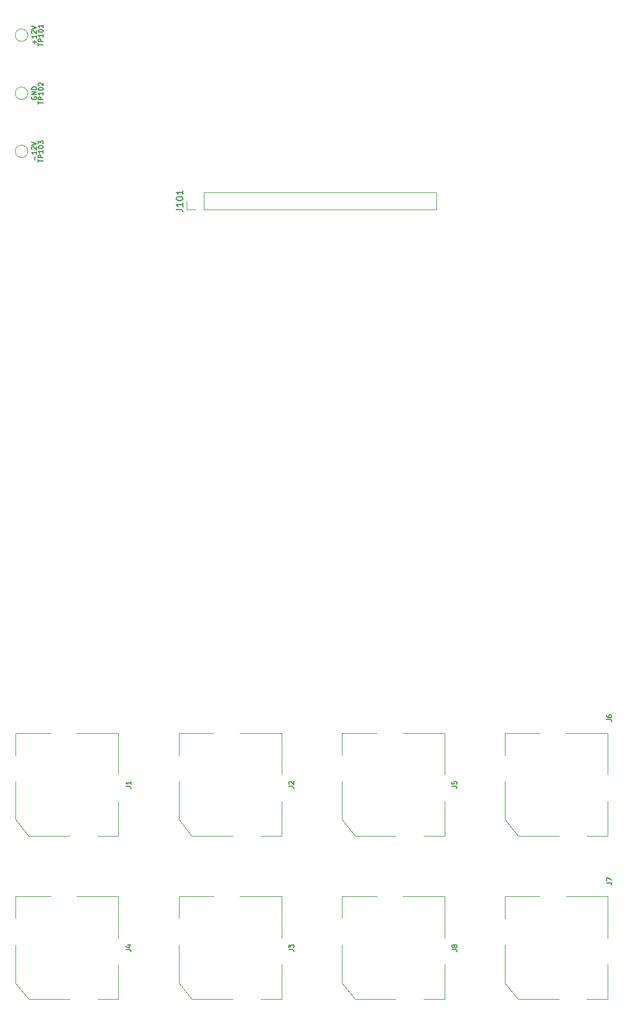
<source format=gto>
G04 #@! TF.GenerationSoftware,KiCad,Pcbnew,7.0.0-rc2-unknown-92a61b187f~165~ubuntu22.04.1*
G04 #@! TF.CreationDate,2023-02-10T21:55:45-05:00*
G04 #@! TF.ProjectId,dualvca_b1,6475616c-7663-4615-9f62-312e6b696361,rev?*
G04 #@! TF.SameCoordinates,Original*
G04 #@! TF.FileFunction,Legend,Top*
G04 #@! TF.FilePolarity,Positive*
%FSLAX46Y46*%
G04 Gerber Fmt 4.6, Leading zero omitted, Abs format (unit mm)*
G04 Created by KiCad (PCBNEW 7.0.0-rc2-unknown-92a61b187f~165~ubuntu22.04.1) date 2023-02-10 21:55:45*
%MOMM*%
%LPD*%
G01*
G04 APERTURE LIST*
%ADD10C,0.150000*%
%ADD11C,0.120000*%
G04 APERTURE END LIST*
D10*
G04 #@! TO.C,J8*
X171525535Y-167749999D02*
X172061250Y-167749999D01*
X172061250Y-167749999D02*
X172168392Y-167785714D01*
X172168392Y-167785714D02*
X172239821Y-167857142D01*
X172239821Y-167857142D02*
X172275535Y-167964285D01*
X172275535Y-167964285D02*
X172275535Y-168035714D01*
X171846964Y-167285713D02*
X171811250Y-167357142D01*
X171811250Y-167357142D02*
X171775535Y-167392856D01*
X171775535Y-167392856D02*
X171704107Y-167428570D01*
X171704107Y-167428570D02*
X171668392Y-167428570D01*
X171668392Y-167428570D02*
X171596964Y-167392856D01*
X171596964Y-167392856D02*
X171561250Y-167357142D01*
X171561250Y-167357142D02*
X171525535Y-167285713D01*
X171525535Y-167285713D02*
X171525535Y-167142856D01*
X171525535Y-167142856D02*
X171561250Y-167071428D01*
X171561250Y-167071428D02*
X171596964Y-167035713D01*
X171596964Y-167035713D02*
X171668392Y-166999999D01*
X171668392Y-166999999D02*
X171704107Y-166999999D01*
X171704107Y-166999999D02*
X171775535Y-167035713D01*
X171775535Y-167035713D02*
X171811250Y-167071428D01*
X171811250Y-167071428D02*
X171846964Y-167142856D01*
X171846964Y-167142856D02*
X171846964Y-167285713D01*
X171846964Y-167285713D02*
X171882678Y-167357142D01*
X171882678Y-167357142D02*
X171918392Y-167392856D01*
X171918392Y-167392856D02*
X171989821Y-167428570D01*
X171989821Y-167428570D02*
X172132678Y-167428570D01*
X172132678Y-167428570D02*
X172204107Y-167392856D01*
X172204107Y-167392856D02*
X172239821Y-167357142D01*
X172239821Y-167357142D02*
X172275535Y-167285713D01*
X172275535Y-167285713D02*
X172275535Y-167142856D01*
X172275535Y-167142856D02*
X172239821Y-167071428D01*
X172239821Y-167071428D02*
X172204107Y-167035713D01*
X172204107Y-167035713D02*
X172132678Y-166999999D01*
X172132678Y-166999999D02*
X171989821Y-166999999D01*
X171989821Y-166999999D02*
X171918392Y-167035713D01*
X171918392Y-167035713D02*
X171882678Y-167071428D01*
X171882678Y-167071428D02*
X171846964Y-167142856D01*
G04 #@! TO.C,J3*
X146525535Y-167749999D02*
X147061250Y-167749999D01*
X147061250Y-167749999D02*
X147168392Y-167785714D01*
X147168392Y-167785714D02*
X147239821Y-167857142D01*
X147239821Y-167857142D02*
X147275535Y-167964285D01*
X147275535Y-167964285D02*
X147275535Y-168035714D01*
X146525535Y-167464285D02*
X146525535Y-166999999D01*
X146525535Y-166999999D02*
X146811250Y-167249999D01*
X146811250Y-167249999D02*
X146811250Y-167142856D01*
X146811250Y-167142856D02*
X146846964Y-167071428D01*
X146846964Y-167071428D02*
X146882678Y-167035713D01*
X146882678Y-167035713D02*
X146954107Y-166999999D01*
X146954107Y-166999999D02*
X147132678Y-166999999D01*
X147132678Y-166999999D02*
X147204107Y-167035713D01*
X147204107Y-167035713D02*
X147239821Y-167071428D01*
X147239821Y-167071428D02*
X147275535Y-167142856D01*
X147275535Y-167142856D02*
X147275535Y-167357142D01*
X147275535Y-167357142D02*
X147239821Y-167428570D01*
X147239821Y-167428570D02*
X147204107Y-167464285D01*
G04 #@! TO.C,TP102*
X108123535Y-38280714D02*
X108123535Y-37852143D01*
X108873535Y-38066428D02*
X108123535Y-38066428D01*
X108873535Y-37602142D02*
X108123535Y-37602142D01*
X108123535Y-37602142D02*
X108123535Y-37316428D01*
X108123535Y-37316428D02*
X108159250Y-37244999D01*
X108159250Y-37244999D02*
X108194964Y-37209285D01*
X108194964Y-37209285D02*
X108266392Y-37173571D01*
X108266392Y-37173571D02*
X108373535Y-37173571D01*
X108373535Y-37173571D02*
X108444964Y-37209285D01*
X108444964Y-37209285D02*
X108480678Y-37244999D01*
X108480678Y-37244999D02*
X108516392Y-37316428D01*
X108516392Y-37316428D02*
X108516392Y-37602142D01*
X108873535Y-36459285D02*
X108873535Y-36887856D01*
X108873535Y-36673571D02*
X108123535Y-36673571D01*
X108123535Y-36673571D02*
X108230678Y-36744999D01*
X108230678Y-36744999D02*
X108302107Y-36816428D01*
X108302107Y-36816428D02*
X108337821Y-36887856D01*
X108123535Y-35994999D02*
X108123535Y-35923570D01*
X108123535Y-35923570D02*
X108159250Y-35852142D01*
X108159250Y-35852142D02*
X108194964Y-35816428D01*
X108194964Y-35816428D02*
X108266392Y-35780713D01*
X108266392Y-35780713D02*
X108409250Y-35744999D01*
X108409250Y-35744999D02*
X108587821Y-35744999D01*
X108587821Y-35744999D02*
X108730678Y-35780713D01*
X108730678Y-35780713D02*
X108802107Y-35816428D01*
X108802107Y-35816428D02*
X108837821Y-35852142D01*
X108837821Y-35852142D02*
X108873535Y-35923570D01*
X108873535Y-35923570D02*
X108873535Y-35994999D01*
X108873535Y-35994999D02*
X108837821Y-36066428D01*
X108837821Y-36066428D02*
X108802107Y-36102142D01*
X108802107Y-36102142D02*
X108730678Y-36137856D01*
X108730678Y-36137856D02*
X108587821Y-36173570D01*
X108587821Y-36173570D02*
X108409250Y-36173570D01*
X108409250Y-36173570D02*
X108266392Y-36137856D01*
X108266392Y-36137856D02*
X108194964Y-36102142D01*
X108194964Y-36102142D02*
X108159250Y-36066428D01*
X108159250Y-36066428D02*
X108123535Y-35994999D01*
X108194964Y-35459284D02*
X108159250Y-35423570D01*
X108159250Y-35423570D02*
X108123535Y-35352142D01*
X108123535Y-35352142D02*
X108123535Y-35173570D01*
X108123535Y-35173570D02*
X108159250Y-35102142D01*
X108159250Y-35102142D02*
X108194964Y-35066427D01*
X108194964Y-35066427D02*
X108266392Y-35030713D01*
X108266392Y-35030713D02*
X108337821Y-35030713D01*
X108337821Y-35030713D02*
X108444964Y-35066427D01*
X108444964Y-35066427D02*
X108873535Y-35494999D01*
X108873535Y-35494999D02*
X108873535Y-35030713D01*
X107143250Y-37191428D02*
X107107535Y-37262857D01*
X107107535Y-37262857D02*
X107107535Y-37369999D01*
X107107535Y-37369999D02*
X107143250Y-37477142D01*
X107143250Y-37477142D02*
X107214678Y-37548571D01*
X107214678Y-37548571D02*
X107286107Y-37584285D01*
X107286107Y-37584285D02*
X107428964Y-37619999D01*
X107428964Y-37619999D02*
X107536107Y-37619999D01*
X107536107Y-37619999D02*
X107678964Y-37584285D01*
X107678964Y-37584285D02*
X107750392Y-37548571D01*
X107750392Y-37548571D02*
X107821821Y-37477142D01*
X107821821Y-37477142D02*
X107857535Y-37369999D01*
X107857535Y-37369999D02*
X107857535Y-37298571D01*
X107857535Y-37298571D02*
X107821821Y-37191428D01*
X107821821Y-37191428D02*
X107786107Y-37155714D01*
X107786107Y-37155714D02*
X107536107Y-37155714D01*
X107536107Y-37155714D02*
X107536107Y-37298571D01*
X107857535Y-36834285D02*
X107107535Y-36834285D01*
X107107535Y-36834285D02*
X107857535Y-36405714D01*
X107857535Y-36405714D02*
X107107535Y-36405714D01*
X107857535Y-36048571D02*
X107107535Y-36048571D01*
X107107535Y-36048571D02*
X107107535Y-35870000D01*
X107107535Y-35870000D02*
X107143250Y-35762857D01*
X107143250Y-35762857D02*
X107214678Y-35691428D01*
X107214678Y-35691428D02*
X107286107Y-35655714D01*
X107286107Y-35655714D02*
X107428964Y-35620000D01*
X107428964Y-35620000D02*
X107536107Y-35620000D01*
X107536107Y-35620000D02*
X107678964Y-35655714D01*
X107678964Y-35655714D02*
X107750392Y-35691428D01*
X107750392Y-35691428D02*
X107821821Y-35762857D01*
X107821821Y-35762857D02*
X107857535Y-35870000D01*
X107857535Y-35870000D02*
X107857535Y-36048571D01*
G04 #@! TO.C,J101*
X129262380Y-54415714D02*
X129976666Y-54415714D01*
X129976666Y-54415714D02*
X130119523Y-54463333D01*
X130119523Y-54463333D02*
X130214761Y-54558571D01*
X130214761Y-54558571D02*
X130262380Y-54701428D01*
X130262380Y-54701428D02*
X130262380Y-54796666D01*
X130262380Y-53415714D02*
X130262380Y-53987142D01*
X130262380Y-53701428D02*
X129262380Y-53701428D01*
X129262380Y-53701428D02*
X129405238Y-53796666D01*
X129405238Y-53796666D02*
X129500476Y-53891904D01*
X129500476Y-53891904D02*
X129548095Y-53987142D01*
X129262380Y-52796666D02*
X129262380Y-52701428D01*
X129262380Y-52701428D02*
X129310000Y-52606190D01*
X129310000Y-52606190D02*
X129357619Y-52558571D01*
X129357619Y-52558571D02*
X129452857Y-52510952D01*
X129452857Y-52510952D02*
X129643333Y-52463333D01*
X129643333Y-52463333D02*
X129881428Y-52463333D01*
X129881428Y-52463333D02*
X130071904Y-52510952D01*
X130071904Y-52510952D02*
X130167142Y-52558571D01*
X130167142Y-52558571D02*
X130214761Y-52606190D01*
X130214761Y-52606190D02*
X130262380Y-52701428D01*
X130262380Y-52701428D02*
X130262380Y-52796666D01*
X130262380Y-52796666D02*
X130214761Y-52891904D01*
X130214761Y-52891904D02*
X130167142Y-52939523D01*
X130167142Y-52939523D02*
X130071904Y-52987142D01*
X130071904Y-52987142D02*
X129881428Y-53034761D01*
X129881428Y-53034761D02*
X129643333Y-53034761D01*
X129643333Y-53034761D02*
X129452857Y-52987142D01*
X129452857Y-52987142D02*
X129357619Y-52939523D01*
X129357619Y-52939523D02*
X129310000Y-52891904D01*
X129310000Y-52891904D02*
X129262380Y-52796666D01*
X130262380Y-51510952D02*
X130262380Y-52082380D01*
X130262380Y-51796666D02*
X129262380Y-51796666D01*
X129262380Y-51796666D02*
X129405238Y-51891904D01*
X129405238Y-51891904D02*
X129500476Y-51987142D01*
X129500476Y-51987142D02*
X129548095Y-52082380D01*
G04 #@! TO.C,J1*
X121525535Y-142749999D02*
X122061250Y-142749999D01*
X122061250Y-142749999D02*
X122168392Y-142785714D01*
X122168392Y-142785714D02*
X122239821Y-142857142D01*
X122239821Y-142857142D02*
X122275535Y-142964285D01*
X122275535Y-142964285D02*
X122275535Y-143035714D01*
X122275535Y-141999999D02*
X122275535Y-142428570D01*
X122275535Y-142214285D02*
X121525535Y-142214285D01*
X121525535Y-142214285D02*
X121632678Y-142285713D01*
X121632678Y-142285713D02*
X121704107Y-142357142D01*
X121704107Y-142357142D02*
X121739821Y-142428570D01*
G04 #@! TO.C,J7*
X195245535Y-157519999D02*
X195781250Y-157519999D01*
X195781250Y-157519999D02*
X195888392Y-157555714D01*
X195888392Y-157555714D02*
X195959821Y-157627142D01*
X195959821Y-157627142D02*
X195995535Y-157734285D01*
X195995535Y-157734285D02*
X195995535Y-157805714D01*
X195245535Y-157234285D02*
X195245535Y-156734285D01*
X195245535Y-156734285D02*
X195995535Y-157055713D01*
G04 #@! TO.C,J5*
X171525535Y-142749999D02*
X172061250Y-142749999D01*
X172061250Y-142749999D02*
X172168392Y-142785714D01*
X172168392Y-142785714D02*
X172239821Y-142857142D01*
X172239821Y-142857142D02*
X172275535Y-142964285D01*
X172275535Y-142964285D02*
X172275535Y-143035714D01*
X171525535Y-142035713D02*
X171525535Y-142392856D01*
X171525535Y-142392856D02*
X171882678Y-142428570D01*
X171882678Y-142428570D02*
X171846964Y-142392856D01*
X171846964Y-142392856D02*
X171811250Y-142321428D01*
X171811250Y-142321428D02*
X171811250Y-142142856D01*
X171811250Y-142142856D02*
X171846964Y-142071428D01*
X171846964Y-142071428D02*
X171882678Y-142035713D01*
X171882678Y-142035713D02*
X171954107Y-141999999D01*
X171954107Y-141999999D02*
X172132678Y-141999999D01*
X172132678Y-141999999D02*
X172204107Y-142035713D01*
X172204107Y-142035713D02*
X172239821Y-142071428D01*
X172239821Y-142071428D02*
X172275535Y-142142856D01*
X172275535Y-142142856D02*
X172275535Y-142321428D01*
X172275535Y-142321428D02*
X172239821Y-142392856D01*
X172239821Y-142392856D02*
X172204107Y-142428570D01*
G04 #@! TO.C,J6*
X195245535Y-132519999D02*
X195781250Y-132519999D01*
X195781250Y-132519999D02*
X195888392Y-132555714D01*
X195888392Y-132555714D02*
X195959821Y-132627142D01*
X195959821Y-132627142D02*
X195995535Y-132734285D01*
X195995535Y-132734285D02*
X195995535Y-132805714D01*
X195245535Y-131841428D02*
X195245535Y-131984285D01*
X195245535Y-131984285D02*
X195281250Y-132055713D01*
X195281250Y-132055713D02*
X195316964Y-132091428D01*
X195316964Y-132091428D02*
X195424107Y-132162856D01*
X195424107Y-132162856D02*
X195566964Y-132198570D01*
X195566964Y-132198570D02*
X195852678Y-132198570D01*
X195852678Y-132198570D02*
X195924107Y-132162856D01*
X195924107Y-132162856D02*
X195959821Y-132127142D01*
X195959821Y-132127142D02*
X195995535Y-132055713D01*
X195995535Y-132055713D02*
X195995535Y-131912856D01*
X195995535Y-131912856D02*
X195959821Y-131841428D01*
X195959821Y-131841428D02*
X195924107Y-131805713D01*
X195924107Y-131805713D02*
X195852678Y-131769999D01*
X195852678Y-131769999D02*
X195674107Y-131769999D01*
X195674107Y-131769999D02*
X195602678Y-131805713D01*
X195602678Y-131805713D02*
X195566964Y-131841428D01*
X195566964Y-131841428D02*
X195531250Y-131912856D01*
X195531250Y-131912856D02*
X195531250Y-132055713D01*
X195531250Y-132055713D02*
X195566964Y-132127142D01*
X195566964Y-132127142D02*
X195602678Y-132162856D01*
X195602678Y-132162856D02*
X195674107Y-132198570D01*
G04 #@! TO.C,J4*
X121525535Y-167749999D02*
X122061250Y-167749999D01*
X122061250Y-167749999D02*
X122168392Y-167785714D01*
X122168392Y-167785714D02*
X122239821Y-167857142D01*
X122239821Y-167857142D02*
X122275535Y-167964285D01*
X122275535Y-167964285D02*
X122275535Y-168035714D01*
X121775535Y-167071428D02*
X122275535Y-167071428D01*
X121489821Y-167249999D02*
X122025535Y-167428570D01*
X122025535Y-167428570D02*
X122025535Y-166964285D01*
G04 #@! TO.C,TP101*
X108123535Y-29390714D02*
X108123535Y-28962143D01*
X108873535Y-29176428D02*
X108123535Y-29176428D01*
X108873535Y-28712142D02*
X108123535Y-28712142D01*
X108123535Y-28712142D02*
X108123535Y-28426428D01*
X108123535Y-28426428D02*
X108159250Y-28354999D01*
X108159250Y-28354999D02*
X108194964Y-28319285D01*
X108194964Y-28319285D02*
X108266392Y-28283571D01*
X108266392Y-28283571D02*
X108373535Y-28283571D01*
X108373535Y-28283571D02*
X108444964Y-28319285D01*
X108444964Y-28319285D02*
X108480678Y-28354999D01*
X108480678Y-28354999D02*
X108516392Y-28426428D01*
X108516392Y-28426428D02*
X108516392Y-28712142D01*
X108873535Y-27569285D02*
X108873535Y-27997856D01*
X108873535Y-27783571D02*
X108123535Y-27783571D01*
X108123535Y-27783571D02*
X108230678Y-27854999D01*
X108230678Y-27854999D02*
X108302107Y-27926428D01*
X108302107Y-27926428D02*
X108337821Y-27997856D01*
X108123535Y-27104999D02*
X108123535Y-27033570D01*
X108123535Y-27033570D02*
X108159250Y-26962142D01*
X108159250Y-26962142D02*
X108194964Y-26926428D01*
X108194964Y-26926428D02*
X108266392Y-26890713D01*
X108266392Y-26890713D02*
X108409250Y-26854999D01*
X108409250Y-26854999D02*
X108587821Y-26854999D01*
X108587821Y-26854999D02*
X108730678Y-26890713D01*
X108730678Y-26890713D02*
X108802107Y-26926428D01*
X108802107Y-26926428D02*
X108837821Y-26962142D01*
X108837821Y-26962142D02*
X108873535Y-27033570D01*
X108873535Y-27033570D02*
X108873535Y-27104999D01*
X108873535Y-27104999D02*
X108837821Y-27176428D01*
X108837821Y-27176428D02*
X108802107Y-27212142D01*
X108802107Y-27212142D02*
X108730678Y-27247856D01*
X108730678Y-27247856D02*
X108587821Y-27283570D01*
X108587821Y-27283570D02*
X108409250Y-27283570D01*
X108409250Y-27283570D02*
X108266392Y-27247856D01*
X108266392Y-27247856D02*
X108194964Y-27212142D01*
X108194964Y-27212142D02*
X108159250Y-27176428D01*
X108159250Y-27176428D02*
X108123535Y-27104999D01*
X108873535Y-26140713D02*
X108873535Y-26569284D01*
X108873535Y-26354999D02*
X108123535Y-26354999D01*
X108123535Y-26354999D02*
X108230678Y-26426427D01*
X108230678Y-26426427D02*
X108302107Y-26497856D01*
X108302107Y-26497856D02*
X108337821Y-26569284D01*
X107571821Y-29051428D02*
X107571821Y-28480000D01*
X107857535Y-28765714D02*
X107286107Y-28765714D01*
X107857535Y-27730000D02*
X107857535Y-28158571D01*
X107857535Y-27944286D02*
X107107535Y-27944286D01*
X107107535Y-27944286D02*
X107214678Y-28015714D01*
X107214678Y-28015714D02*
X107286107Y-28087143D01*
X107286107Y-28087143D02*
X107321821Y-28158571D01*
X107178964Y-27444285D02*
X107143250Y-27408571D01*
X107143250Y-27408571D02*
X107107535Y-27337143D01*
X107107535Y-27337143D02*
X107107535Y-27158571D01*
X107107535Y-27158571D02*
X107143250Y-27087143D01*
X107143250Y-27087143D02*
X107178964Y-27051428D01*
X107178964Y-27051428D02*
X107250392Y-27015714D01*
X107250392Y-27015714D02*
X107321821Y-27015714D01*
X107321821Y-27015714D02*
X107428964Y-27051428D01*
X107428964Y-27051428D02*
X107857535Y-27480000D01*
X107857535Y-27480000D02*
X107857535Y-27015714D01*
X107107535Y-26801428D02*
X107857535Y-26551428D01*
X107857535Y-26551428D02*
X107107535Y-26301428D01*
G04 #@! TO.C,TP103*
X108123535Y-47170714D02*
X108123535Y-46742143D01*
X108873535Y-46956428D02*
X108123535Y-46956428D01*
X108873535Y-46492142D02*
X108123535Y-46492142D01*
X108123535Y-46492142D02*
X108123535Y-46206428D01*
X108123535Y-46206428D02*
X108159250Y-46134999D01*
X108159250Y-46134999D02*
X108194964Y-46099285D01*
X108194964Y-46099285D02*
X108266392Y-46063571D01*
X108266392Y-46063571D02*
X108373535Y-46063571D01*
X108373535Y-46063571D02*
X108444964Y-46099285D01*
X108444964Y-46099285D02*
X108480678Y-46134999D01*
X108480678Y-46134999D02*
X108516392Y-46206428D01*
X108516392Y-46206428D02*
X108516392Y-46492142D01*
X108873535Y-45349285D02*
X108873535Y-45777856D01*
X108873535Y-45563571D02*
X108123535Y-45563571D01*
X108123535Y-45563571D02*
X108230678Y-45634999D01*
X108230678Y-45634999D02*
X108302107Y-45706428D01*
X108302107Y-45706428D02*
X108337821Y-45777856D01*
X108123535Y-44884999D02*
X108123535Y-44813570D01*
X108123535Y-44813570D02*
X108159250Y-44742142D01*
X108159250Y-44742142D02*
X108194964Y-44706428D01*
X108194964Y-44706428D02*
X108266392Y-44670713D01*
X108266392Y-44670713D02*
X108409250Y-44634999D01*
X108409250Y-44634999D02*
X108587821Y-44634999D01*
X108587821Y-44634999D02*
X108730678Y-44670713D01*
X108730678Y-44670713D02*
X108802107Y-44706428D01*
X108802107Y-44706428D02*
X108837821Y-44742142D01*
X108837821Y-44742142D02*
X108873535Y-44813570D01*
X108873535Y-44813570D02*
X108873535Y-44884999D01*
X108873535Y-44884999D02*
X108837821Y-44956428D01*
X108837821Y-44956428D02*
X108802107Y-44992142D01*
X108802107Y-44992142D02*
X108730678Y-45027856D01*
X108730678Y-45027856D02*
X108587821Y-45063570D01*
X108587821Y-45063570D02*
X108409250Y-45063570D01*
X108409250Y-45063570D02*
X108266392Y-45027856D01*
X108266392Y-45027856D02*
X108194964Y-44992142D01*
X108194964Y-44992142D02*
X108159250Y-44956428D01*
X108159250Y-44956428D02*
X108123535Y-44884999D01*
X108123535Y-44384999D02*
X108123535Y-43920713D01*
X108123535Y-43920713D02*
X108409250Y-44170713D01*
X108409250Y-44170713D02*
X108409250Y-44063570D01*
X108409250Y-44063570D02*
X108444964Y-43992142D01*
X108444964Y-43992142D02*
X108480678Y-43956427D01*
X108480678Y-43956427D02*
X108552107Y-43920713D01*
X108552107Y-43920713D02*
X108730678Y-43920713D01*
X108730678Y-43920713D02*
X108802107Y-43956427D01*
X108802107Y-43956427D02*
X108837821Y-43992142D01*
X108837821Y-43992142D02*
X108873535Y-44063570D01*
X108873535Y-44063570D02*
X108873535Y-44277856D01*
X108873535Y-44277856D02*
X108837821Y-44349284D01*
X108837821Y-44349284D02*
X108802107Y-44384999D01*
X107571821Y-46831428D02*
X107571821Y-46260000D01*
X107857535Y-45510000D02*
X107857535Y-45938571D01*
X107857535Y-45724286D02*
X107107535Y-45724286D01*
X107107535Y-45724286D02*
X107214678Y-45795714D01*
X107214678Y-45795714D02*
X107286107Y-45867143D01*
X107286107Y-45867143D02*
X107321821Y-45938571D01*
X107178964Y-45224285D02*
X107143250Y-45188571D01*
X107143250Y-45188571D02*
X107107535Y-45117143D01*
X107107535Y-45117143D02*
X107107535Y-44938571D01*
X107107535Y-44938571D02*
X107143250Y-44867143D01*
X107143250Y-44867143D02*
X107178964Y-44831428D01*
X107178964Y-44831428D02*
X107250392Y-44795714D01*
X107250392Y-44795714D02*
X107321821Y-44795714D01*
X107321821Y-44795714D02*
X107428964Y-44831428D01*
X107428964Y-44831428D02*
X107857535Y-45260000D01*
X107857535Y-45260000D02*
X107857535Y-44795714D01*
X107107535Y-44581428D02*
X107857535Y-44331428D01*
X107857535Y-44331428D02*
X107107535Y-44081428D01*
G04 #@! TO.C,J2*
X146525535Y-142749999D02*
X147061250Y-142749999D01*
X147061250Y-142749999D02*
X147168392Y-142785714D01*
X147168392Y-142785714D02*
X147239821Y-142857142D01*
X147239821Y-142857142D02*
X147275535Y-142964285D01*
X147275535Y-142964285D02*
X147275535Y-143035714D01*
X146596964Y-142428570D02*
X146561250Y-142392856D01*
X146561250Y-142392856D02*
X146525535Y-142321428D01*
X146525535Y-142321428D02*
X146525535Y-142142856D01*
X146525535Y-142142856D02*
X146561250Y-142071428D01*
X146561250Y-142071428D02*
X146596964Y-142035713D01*
X146596964Y-142035713D02*
X146668392Y-141999999D01*
X146668392Y-141999999D02*
X146739821Y-141999999D01*
X146739821Y-141999999D02*
X146846964Y-142035713D01*
X146846964Y-142035713D02*
X147275535Y-142464285D01*
X147275535Y-142464285D02*
X147275535Y-141999999D01*
D11*
G04 #@! TO.C,J8*
X170400000Y-159600000D02*
X170400000Y-166000000D01*
X164000000Y-159600000D02*
X170400000Y-159600000D01*
X154650000Y-159600000D02*
X160000000Y-159600000D01*
X154650000Y-163000000D02*
X154650000Y-159600000D01*
X170400000Y-170000000D02*
X170400000Y-175350000D01*
X154650000Y-172850000D02*
X154650000Y-167000000D01*
X170400000Y-175350000D02*
X167200000Y-175350000D01*
X162900000Y-175350000D02*
X156700000Y-175350000D01*
X156700000Y-175350000D02*
X156650000Y-175350000D01*
X156650000Y-175350000D02*
X154650000Y-172850000D01*
G04 #@! TO.C,J3*
X145400000Y-159600000D02*
X145400000Y-166000000D01*
X139000000Y-159600000D02*
X145400000Y-159600000D01*
X129650000Y-159600000D02*
X135000000Y-159600000D01*
X129650000Y-163000000D02*
X129650000Y-159600000D01*
X145400000Y-170000000D02*
X145400000Y-175350000D01*
X129650000Y-172850000D02*
X129650000Y-167000000D01*
X145400000Y-175350000D02*
X142200000Y-175350000D01*
X137900000Y-175350000D02*
X131700000Y-175350000D01*
X131700000Y-175350000D02*
X131650000Y-175350000D01*
X131650000Y-175350000D02*
X129650000Y-172850000D01*
G04 #@! TO.C,TP102*
X106500000Y-36620000D02*
G75*
G03*
X106500000Y-36620000I-950000J0D01*
G01*
G04 #@! TO.C,J101*
X130895000Y-54460000D02*
X130895000Y-53130000D01*
X132225000Y-54460000D02*
X130895000Y-54460000D01*
X133495000Y-54460000D02*
X169115000Y-54460000D01*
X133495000Y-54460000D02*
X133495000Y-51800000D01*
X169115000Y-54460000D02*
X169115000Y-51800000D01*
X133495000Y-51800000D02*
X169115000Y-51800000D01*
G04 #@! TO.C,J1*
X120400000Y-134600000D02*
X120400000Y-141000000D01*
X114000000Y-134600000D02*
X120400000Y-134600000D01*
X104650000Y-134600000D02*
X110000000Y-134600000D01*
X104650000Y-138000000D02*
X104650000Y-134600000D01*
X120400000Y-145000000D02*
X120400000Y-150350000D01*
X104650000Y-147850000D02*
X104650000Y-142000000D01*
X120400000Y-150350000D02*
X117200000Y-150350000D01*
X112900000Y-150350000D02*
X106700000Y-150350000D01*
X106700000Y-150350000D02*
X106650000Y-150350000D01*
X106650000Y-150350000D02*
X104650000Y-147850000D01*
G04 #@! TO.C,J7*
X195400000Y-159600000D02*
X195400000Y-166000000D01*
X189000000Y-159600000D02*
X195400000Y-159600000D01*
X179650000Y-159600000D02*
X185000000Y-159600000D01*
X179650000Y-163000000D02*
X179650000Y-159600000D01*
X195400000Y-170000000D02*
X195400000Y-175350000D01*
X179650000Y-172850000D02*
X179650000Y-167000000D01*
X195400000Y-175350000D02*
X192200000Y-175350000D01*
X187900000Y-175350000D02*
X181700000Y-175350000D01*
X181700000Y-175350000D02*
X181650000Y-175350000D01*
X181650000Y-175350000D02*
X179650000Y-172850000D01*
G04 #@! TO.C,J5*
X170400000Y-134600000D02*
X170400000Y-141000000D01*
X164000000Y-134600000D02*
X170400000Y-134600000D01*
X154650000Y-134600000D02*
X160000000Y-134600000D01*
X154650000Y-138000000D02*
X154650000Y-134600000D01*
X170400000Y-145000000D02*
X170400000Y-150350000D01*
X154650000Y-147850000D02*
X154650000Y-142000000D01*
X170400000Y-150350000D02*
X167200000Y-150350000D01*
X162900000Y-150350000D02*
X156700000Y-150350000D01*
X156700000Y-150350000D02*
X156650000Y-150350000D01*
X156650000Y-150350000D02*
X154650000Y-147850000D01*
G04 #@! TO.C,J6*
X195400000Y-134600000D02*
X195400000Y-141000000D01*
X189000000Y-134600000D02*
X195400000Y-134600000D01*
X179650000Y-134600000D02*
X185000000Y-134600000D01*
X179650000Y-138000000D02*
X179650000Y-134600000D01*
X195400000Y-145000000D02*
X195400000Y-150350000D01*
X179650000Y-147850000D02*
X179650000Y-142000000D01*
X195400000Y-150350000D02*
X192200000Y-150350000D01*
X187900000Y-150350000D02*
X181700000Y-150350000D01*
X181700000Y-150350000D02*
X181650000Y-150350000D01*
X181650000Y-150350000D02*
X179650000Y-147850000D01*
G04 #@! TO.C,J4*
X120400000Y-159600000D02*
X120400000Y-166000000D01*
X114000000Y-159600000D02*
X120400000Y-159600000D01*
X104650000Y-159600000D02*
X110000000Y-159600000D01*
X104650000Y-163000000D02*
X104650000Y-159600000D01*
X120400000Y-170000000D02*
X120400000Y-175350000D01*
X104650000Y-172850000D02*
X104650000Y-167000000D01*
X120400000Y-175350000D02*
X117200000Y-175350000D01*
X112900000Y-175350000D02*
X106700000Y-175350000D01*
X106700000Y-175350000D02*
X106650000Y-175350000D01*
X106650000Y-175350000D02*
X104650000Y-172850000D01*
G04 #@! TO.C,TP101*
X106500000Y-27730000D02*
G75*
G03*
X106500000Y-27730000I-950000J0D01*
G01*
G04 #@! TO.C,TP103*
X106500000Y-45510000D02*
G75*
G03*
X106500000Y-45510000I-950000J0D01*
G01*
G04 #@! TO.C,J2*
X145400000Y-134600000D02*
X145400000Y-141000000D01*
X139000000Y-134600000D02*
X145400000Y-134600000D01*
X129650000Y-134600000D02*
X135000000Y-134600000D01*
X129650000Y-138000000D02*
X129650000Y-134600000D01*
X145400000Y-145000000D02*
X145400000Y-150350000D01*
X129650000Y-147850000D02*
X129650000Y-142000000D01*
X145400000Y-150350000D02*
X142200000Y-150350000D01*
X137900000Y-150350000D02*
X131700000Y-150350000D01*
X131700000Y-150350000D02*
X131650000Y-150350000D01*
X131650000Y-150350000D02*
X129650000Y-147850000D01*
G04 #@! TD*
M02*

</source>
